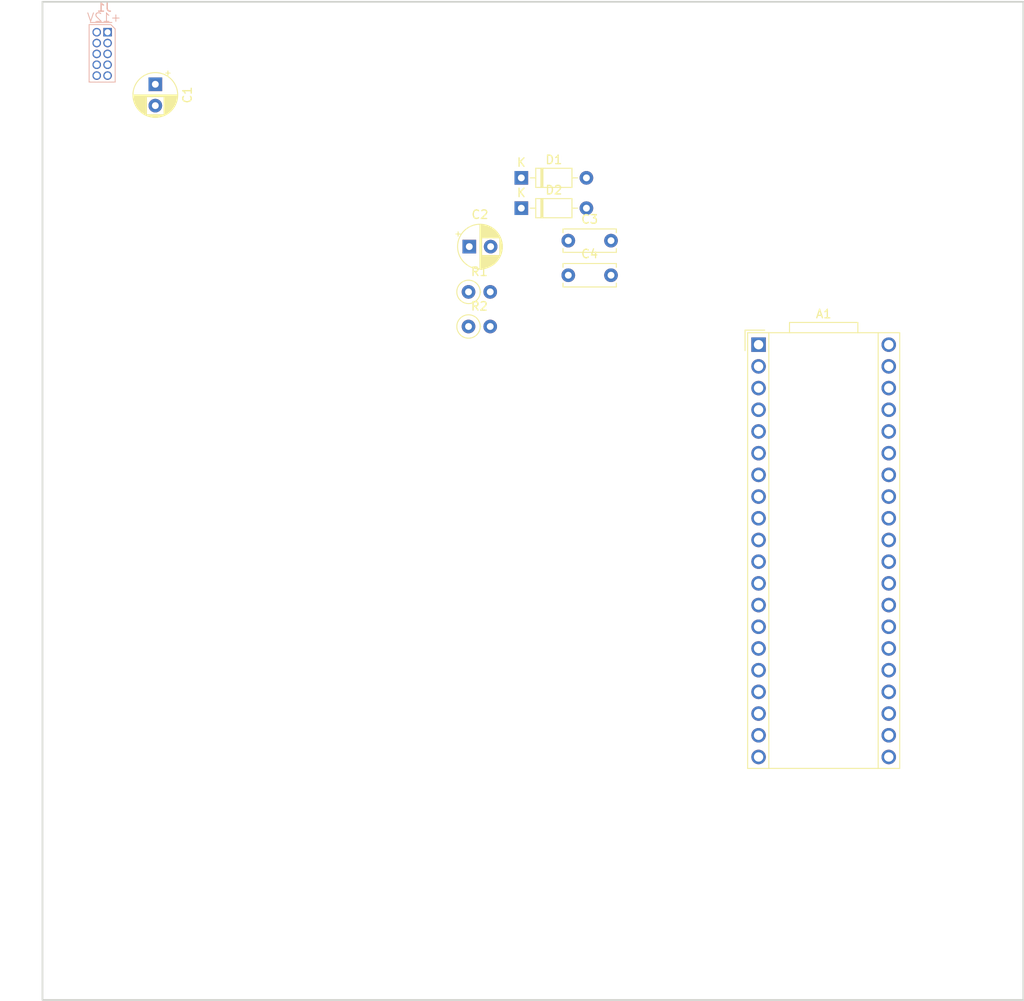
<source format=kicad_pcb>
(kicad_pcb (version 20221018) (generator pcbnew)
  (layers (0 "F.Cu" signal) (31 "B.Cu" signal) (34 "B.Paste" user) (35 "F.Paste" user) (36 "B.SilkS" user "B.Silkscreen") (37 "F.SilkS" user "F.Silkscreen") (38 "B.Mask" user) (39 "F.Mask" user) (44 "Edge.Cuts" user))
  (net 0 "")
  (net 20 "GND")
  (net 39 "+12V")
  (net 40 "Earth")
  (net 41 "-12V")
  (net 42 "Net-(D1-K)")
  (net 43 "Net-(D1-A)")
  (net 44 "Net-(D2-K)")
  (net 45 "Net-(D2-A)")
  (footprint "Capacitor_THT:CP_Radial_D5.0mm_P2.50mm" (layer "F.Cu") (at 77.389775 49.99)
    (fp_text reference "C2" (at 1.25 -3.75) (layer "F.SilkS"))
    (fp_text value "47uF")
    (fp_line (start -1.554775 -1.475) (end -1.054775 -1.475) (stroke (width 0.12)) (layer "F.SilkS"))
    (fp_line (start -1.304775 -1.725) (end -1.304775 -1.225) (stroke (width 0.12)) (layer "F.SilkS"))
    (fp_line (start 1.25 -2.58) (end 1.25 2.58) (stroke (width 0.12)) (layer "F.SilkS"))
    (fp_line (start 1.29 -2.58) (end 1.29 2.58) (stroke (width 0.12)) (layer "F.SilkS"))
    (fp_line (start 1.33 -2.579) (end 1.33 2.579) (stroke (width 0.12)) (layer "F.SilkS"))
    (fp_line (start 1.37 -2.578) (end 1.37 2.578) (stroke (width 0.12)) (layer "F.SilkS"))
    (fp_line (start 1.41 -2.576) (end 1.41 2.576) (stroke (width 0.12)) (layer "F.SilkS"))
    (fp_line (start 1.45 -2.573) (end 1.45 2.573) (stroke (width 0.12)) (layer "F.SilkS"))
    (fp_line (start 1.49 -2.569) (end 1.49 -1.04) (stroke (width 0.12)) (layer "F.SilkS"))
    (fp_line (start 1.49 1.04) (end 1.49 2.569) (stroke (width 0.12)) (layer "F.SilkS"))
    (fp_line (start 1.53 -2.565) (end 1.53 -1.04) (stroke (width 0.12)) (layer "F.SilkS"))
    (fp_line (start 1.53 1.04) (end 1.53 2.565) (stroke (width 0.12)) (layer "F.SilkS"))
    (fp_line (start 1.57 -2.561) (end 1.57 -1.04) (stroke (width 0.12)) (layer "F.SilkS"))
    (fp_line (start 1.57 1.04) (end 1.57 2.561) (stroke (width 0.12)) (layer "F.SilkS"))
    (fp_line (start 1.61 -2.556) (end 1.61 -1.04) (stroke (width 0.12)) (layer "F.SilkS"))
    (fp_line (start 1.61 1.04) (end 1.61 2.556) (stroke (width 0.12)) (layer "F.SilkS"))
    (fp_line (start 1.65 -2.55) (end 1.65 -1.04) (stroke (width 0.12)) (layer "F.SilkS"))
    (fp_line (start 1.65 1.04) (end 1.65 2.55) (stroke (width 0.12)) (layer "F.SilkS"))
    (fp_line (start 1.69 -2.543) (end 1.69 -1.04) (stroke (width 0.12)) (layer "F.SilkS"))
    (fp_line (start 1.69 1.04) (end 1.69 2.543) (stroke (width 0.12)) (layer "F.SilkS"))
    (fp_line (start 1.73 -2.536) (end 1.73 -1.04) (stroke (width 0.12)) (layer "F.SilkS"))
    (fp_line (start 1.73 1.04) (end 1.73 2.536) (stroke (width 0.12)) (layer "F.SilkS"))
    (fp_line (start 1.77 -2.528) (end 1.77 -1.04) (stroke (width 0.12)) (layer "F.SilkS"))
    (fp_line (start 1.77 1.04) (end 1.77 2.528) (stroke (width 0.12)) (layer "F.SilkS"))
    (fp_line (start 1.81 -2.52) (end 1.81 -1.04) (stroke (width 0.12)) (layer "F.SilkS"))
    (fp_line (start 1.81 1.04) (end 1.81 2.52) (stroke (width 0.12)) (layer "F.SilkS"))
    (fp_line (start 1.85 -2.511) (end 1.85 -1.04) (stroke (width 0.12)) (layer "F.SilkS"))
    (fp_line (start 1.85 1.04) (end 1.85 2.511) (stroke (width 0.12)) (layer "F.SilkS"))
    (fp_line (start 1.89 -2.501) (end 1.89 -1.04) (stroke (width 0.12)) (layer "F.SilkS"))
    (fp_line (start 1.89 1.04) (end 1.89 2.501) (stroke (width 0.12)) (layer "F.SilkS"))
    (fp_line (start 1.93 -2.491) (end 1.93 -1.04) (stroke (width 0.12)) (layer "F.SilkS"))
    (fp_line (start 1.93 1.04) (end 1.93 2.491) (stroke (width 0.12)) (layer "F.SilkS"))
    (fp_line (start 1.971 -2.48) (end 1.971 -1.04) (stroke (width 0.12)) (layer "F.SilkS"))
    (fp_line (start 1.971 1.04) (end 1.971 2.48) (stroke (width 0.12)) (layer "F.SilkS"))
    (fp_line (start 2.011 -2.468) (end 2.011 -1.04) (stroke (width 0.12)) (layer "F.SilkS"))
    (fp_line (start 2.011 1.04) (end 2.011 2.468) (stroke (width 0.12)) (layer "F.SilkS"))
    (fp_line (start 2.051 -2.455) (end 2.051 -1.04) (stroke (width 0.12)) (layer "F.SilkS"))
    (fp_line (start 2.051 1.04) (end 2.051 2.455) (stroke (width 0.12)) (layer "F.SilkS"))
    (fp_line (start 2.091 -2.442) (end 2.091 -1.04) (stroke (width 0.12)) (layer "F.SilkS"))
    (fp_line (start 2.091 1.04) (end 2.091 2.442) (stroke (width 0.12)) (layer "F.SilkS"))
    (fp_line (start 2.131 -2.428) (end 2.131 -1.04) (stroke (width 0.12)) (layer "F.SilkS"))
    (fp_line (start 2.131 1.04) (end 2.131 2.428) (stroke (width 0.12)) (layer "F.SilkS"))
    (fp_line (start 2.171 -2.414) (end 2.171 -1.04) (stroke (width 0.12)) (layer "F.SilkS"))
    (fp_line (start 2.171 1.04) (end 2.171 2.414) (stroke (width 0.12)) (layer "F.SilkS"))
    (fp_line (start 2.211 -2.398) (end 2.211 -1.04) (stroke (width 0.12)) (layer "F.SilkS"))
    (fp_line (start 2.211 1.04) (end 2.211 2.398) (stroke (width 0.12)) (layer "F.SilkS"))
    (fp_line (start 2.251 -2.382) (end 2.251 -1.04) (stroke (width 0.12)) (layer "F.SilkS"))
    (fp_line (start 2.251 1.04) (end 2.251 2.382) (stroke (width 0.12)) (layer "F.SilkS"))
    (fp_line (start 2.291 -2.365) (end 2.291 -1.04) (stroke (width 0.12)) (layer "F.SilkS"))
    (fp_line (start 2.291 1.04) (end 2.291 2.365) (stroke (width 0.12)) (layer "F.SilkS"))
    (fp_line (start 2.331 -2.348) (end 2.331 -1.04) (stroke (width 0.12)) (layer "F.SilkS"))
    (fp_line (start 2.331 1.04) (end 2.331 2.348) (stroke (width 0.12)) (layer "F.SilkS"))
    (fp_line (start 2.371 -2.329) (end 2.371 -1.04) (stroke (width 0.12)) (layer "F.SilkS"))
    (fp_line (start 2.371 1.04) (end 2.371 2.329) (stroke (width 0.12)) (layer "F.SilkS"))
    (fp_line (start 2.411 -2.31) (end 2.411 -1.04) (stroke (width 0.12)) (layer "F.SilkS"))
    (fp_line (start 2.411 1.04) (end 2.411 2.31) (stroke (width 0.12)) (layer "F.SilkS"))
    (fp_line (start 2.451 -2.29) (end 2.451 -1.04) (stroke (width 0.12)) (layer "F.SilkS"))
    (fp_line (start 2.451 1.04) (end 2.451 2.29) (stroke (width 0.12)) (layer "F.SilkS"))
    (fp_line (start 2.491 -2.268) (end 2.491 -1.04) (stroke (width 0.12)) (layer "F.SilkS"))
    (fp_line (start 2.491 1.04) (end 2.491 2.268) (stroke (width 0.12)) (layer "F.SilkS"))
    (fp_line (start 2.531 -2.247) (end 2.531 -1.04) (stroke (width 0.12)) (layer "F.SilkS"))
    (fp_line (start 2.531 1.04) (end 2.531 2.247) (stroke (width 0.12)) (layer "F.SilkS"))
    (fp_line (start 2.571 -2.224) (end 2.571 -1.04) (stroke (width 0.12)) (layer "F.SilkS"))
    (fp_line (start 2.571 1.04) (end 2.571 2.224) (stroke (width 0.12)) (layer "F.SilkS"))
    (fp_line (start 2.611 -2.2) (end 2.611 -1.04) (stroke (width 0.12)) (layer "F.SilkS"))
    (fp_line (start 2.611 1.04) (end 2.611 2.2) (stroke (width 0.12)) (layer "F.SilkS"))
    (fp_line (start 2.651 -2.175) (end 2.651 -1.04) (stroke (width 0.12)) (layer "F.SilkS"))
    (fp_line (start 2.651 1.04) (end 2.651 2.175) (stroke (width 0.12)) (layer "F.SilkS"))
    (fp_line (start 2.691 -2.149) (end 2.691 -1.04) (stroke (width 0.12)) (layer "F.SilkS"))
    (fp_line (start 2.691 1.04) (end 2.691 2.149) (stroke (width 0.12)) (layer "F.SilkS"))
    (fp_line (start 2.731 -2.122) (end 2.731 -1.04) (stroke (width 0.12)) (layer "F.SilkS"))
    (fp_line (start 2.731 1.04) (end 2.731 2.122) (stroke (width 0.12)) (layer "F.SilkS"))
    (fp_line (start 2.771 -2.095) (end 2.771 -1.04) (stroke (width 0.12)) (layer "F.SilkS"))
    (fp_line (start 2.771 1.04) (end 2.771 2.095) (stroke (width 0.12)) (layer "F.SilkS"))
    (fp_line (start 2.811 -2.065) (end 2.811 -1.04) (stroke (width 0.12)) (layer "F.SilkS"))
    (fp_line (start 2.811 1.04) (end 2.811 2.065) (stroke (width 0.12)) (layer "F.SilkS"))
    (fp_line (start 2.851 -2.035) (end 2.851 -1.04) (stroke (width 0.12)) (layer "F.SilkS"))
    (fp_line (start 2.851 1.04) (end 2.851 2.035) (stroke (width 0.12)) (layer "F.SilkS"))
    (fp_line (start 2.891 -2.004) (end 2.891 -1.04) (stroke (width 0.12)) (layer "F.SilkS"))
    (fp_line (start 2.891 1.04) (end 2.891 2.004) (stroke (width 0.12)) (layer "F.SilkS"))
    (fp_line (start 2.931 -1.971) (end 2.931 -1.04) (stroke (width 0.12)) (layer "F.SilkS"))
    (fp_line (start 2.931 1.04) (end 2.931 1.971) (stroke (width 0.12)) (layer "F.SilkS"))
    (fp_line (start 2.971 -1.937) (end 2.971 -1.04) (stroke (width 0.12)) (layer "F.SilkS"))
    (fp_line (start 2.971 1.04) (end 2.971 1.937) (stroke (width 0.12)) (layer "F.SilkS"))
    (fp_line (start 3.011 -1.901) (end 3.011 -1.04) (stroke (width 0.12)) (layer "F.SilkS"))
    (fp_line (start 3.011 1.04) (end 3.011 1.901) (stroke (width 0.12)) (layer "F.SilkS"))
    (fp_line (start 3.051 -1.864) (end 3.051 -1.04) (stroke (width 0.12)) (layer "F.SilkS"))
    (fp_line (start 3.051 1.04) (end 3.051 1.864) (stroke (width 0.12)) (layer "F.SilkS"))
    (fp_line (start 3.091 -1.826) (end 3.091 -1.04) (stroke (width 0.12)) (layer "F.SilkS"))
    (fp_line (start 3.091 1.04) (end 3.091 1.826) (stroke (width 0.12)) (layer "F.SilkS"))
    (fp_line (start 3.131 -1.785) (end 3.131 -1.04) (stroke (width 0.12)) (layer "F.SilkS"))
    (fp_line (start 3.131 1.04) (end 3.131 1.785) (stroke (width 0.12)) (layer "F.SilkS"))
    (fp_line (start 3.171 -1.743) (end 3.171 -1.04) (stroke (width 0.12)) (layer "F.SilkS"))
    (fp_line (start 3.171 1.04) (end 3.171 1.743) (stroke (width 0.12)) (layer "F.SilkS"))
    (fp_line (start 3.211 -1.699) (end 3.211 -1.04) (stroke (width 0.12)) (layer "F.SilkS"))
    (fp_line (start 3.211 1.04) (end 3.211 1.699) (stroke (width 0.12)) (layer "F.SilkS"))
    (fp_line (start 3.251 -1.653) (end 3.251 -1.04) (stroke (width 0.12)) (layer "F.SilkS"))
    (fp_line (start 3.251 1.04) (end 3.251 1.653) (stroke (width 0.12)) (layer "F.SilkS"))
    (fp_line (start 3.291 -1.605) (end 3.291 -1.04) (stroke (width 0.12)) (layer "F.SilkS"))
    (fp_line (start 3.291 1.04) (end 3.291 1.605) (stroke (width 0.12)) (layer "F.SilkS"))
    (fp_line (start 3.331 -1.554) (end 3.331 -1.04) (stroke (width 0.12)) (layer "F.SilkS"))
    (fp_line (start 3.331 1.04) (end 3.331 1.554) (stroke (width 0.12)) (layer "F.SilkS"))
    (fp_line (start 3.371 -1.5) (end 3.371 -1.04) (stroke (width 0.12)) (layer "F.SilkS"))
    (fp_line (start 3.371 1.04) (end 3.371 1.5) (stroke (width 0.12)) (layer "F.SilkS"))
    (fp_line (start 3.411 -1.443) (end 3.411 -1.04) (stroke (width 0.12)) (layer "F.SilkS"))
    (fp_line (start 3.411 1.04) (end 3.411 1.443) (stroke (width 0.12)) (layer "F.SilkS"))
    (fp_line (start 3.451 -1.383) (end 3.451 -1.04) (stroke (width 0.12)) (layer "F.SilkS"))
    (fp_line (start 3.451 1.04) (end 3.451 1.383) (stroke (width 0.12)) (layer "F.SilkS"))
    (fp_line (start 3.491 -1.319) (end 3.491 -1.04) (stroke (width 0.12)) (layer "F.SilkS"))
    (fp_line (start 3.491 1.04) (end 3.491 1.319) (stroke (width 0.12)) (layer "F.SilkS"))
    (fp_line (start 3.531 -1.251) (end 3.531 -1.04) (stroke (width 0.12)) (layer "F.SilkS"))
    (fp_line (start 3.531 1.04) (end 3.531 1.251) (stroke (width 0.12)) (layer "F.SilkS"))
    (fp_line (start 3.571 -1.178) (end 3.571 1.178) (stroke (width 0.12)) (layer "F.SilkS"))
    (fp_line (start 3.611 -1.098) (end 3.611 1.098) (stroke (width 0.12)) (layer "F.SilkS"))
    (fp_line (start 3.651 -1.011) (end 3.651 1.011) (stroke (width 0.12)) (layer "F.SilkS"))
    (fp_line (start 3.691 -0.915) (end 3.691 0.915) (stroke (width 0.12)) (layer "F.SilkS"))
    (fp_line (start 3.731 -0.805) (end 3.731 0.805) (stroke (width 0.12)) (layer "F.SilkS"))
    (fp_line (start 3.771 -0.677) (end 3.771 0.677) (stroke (width 0.12)) (layer "F.SilkS"))
    (fp_line (start 3.811 -0.518) (end 3.811 0.518) (stroke (width 0.12)) (layer "F.SilkS"))
    (fp_line (start 3.851 -0.284) (end 3.851 0.284) (stroke (width 0.12)) (layer "F.SilkS"))
    (fp_circle (center 1.25 0) (end 3.87 0) (stroke (width 0.12)) (fill none) (layer "F.SilkS"))
    (pad "1" thru_hole rect (at 0 0) (size 1.6 1.6) (drill 0.8) (layers "*.Cu" "*.Mask") (net 40 "Earth"))
    (pad "2" thru_hole circle (at 2.5 0) (size 1.6 1.6) (drill 0.8) (layers "*.Cu" "*.Mask") (net 41 "-12V"))
  )
  (footprint "Capacitor_THT:C_Disc_D6.0mm_W2.5mm_P5.00mm" (layer "F.Cu") (at 88.98 53.34)
    (fp_text reference "C4" (at 2.5 -2.5) (layer "F.SilkS"))
    (fp_text value "0.1uF")
    (fp_line (start -0.62 -1.37) (end -0.62 -0.925) (stroke (width 0.12)) (layer "F.SilkS"))
    (fp_line (start -0.62 -1.37) (end 5.62 -1.37) (stroke (width 0.12)) (layer "F.SilkS"))
    (fp_line (start -0.62 0.925) (end -0.62 1.37) (stroke (width 0.12)) (layer "F.SilkS"))
    (fp_line (start -0.62 1.37) (end 5.62 1.37) (stroke (width 0.12)) (layer "F.SilkS"))
    (fp_line (start 5.62 -1.37) (end 5.62 -0.925) (stroke (width 0.12)) (layer "F.SilkS"))
    (fp_line (start 5.62 0.925) (end 5.62 1.37) (stroke (width 0.12)) (layer "F.SilkS"))
    (pad "1" thru_hole circle (at 0 0) (size 1.6 1.6) (drill 0.8) (layers "*.Cu" "*.Mask") (net 41 "-12V"))
    (pad "2" thru_hole circle (at 5 0) (size 1.6 1.6) (drill 0.8) (layers "*.Cu" "*.Mask") (net 40 "Earth"))
  )
  (footprint "Diode_THT:D_DO-35_SOD27_P7.62mm_Horizontal" (layer "F.Cu") (at 83.48 41.94)
    (fp_text reference "D1" (at 3.81 -2.12) (layer "F.SilkS"))
    (fp_text value "1N5819")
    (fp_text user "K" (at 0 -1.8) (layer "F.SilkS"))
    (fp_line (start 1.04 0) (end 1.69 0) (stroke (width 0.12)) (layer "F.SilkS"))
    (fp_line (start 1.69 -1.12) (end 1.69 1.12) (stroke (width 0.12)) (layer "F.SilkS"))
    (fp_line (start 1.69 1.12) (end 5.93 1.12) (stroke (width 0.12)) (layer "F.SilkS"))
    (fp_line (start 2.29 -1.12) (end 2.29 1.12) (stroke (width 0.12)) (layer "F.SilkS"))
    (fp_line (start 2.41 -1.12) (end 2.41 1.12) (stroke (width 0.12)) (layer "F.SilkS"))
    (fp_line (start 2.53 -1.12) (end 2.53 1.12) (stroke (width 0.12)) (layer "F.SilkS"))
    (fp_line (start 5.93 -1.12) (end 1.69 -1.12) (stroke (width 0.12)) (layer "F.SilkS"))
    (fp_line (start 5.93 1.12) (end 5.93 -1.12) (stroke (width 0.12)) (layer "F.SilkS"))
    (fp_line (start 6.58 0) (end 5.93 0) (stroke (width 0.12)) (layer "F.SilkS"))
    (pad "1" thru_hole rect (at 0 0) (size 1.6 1.6) (drill 0.8) (layers "*.Cu" "*.Mask") (net 42 "Net-(D1-K)"))
    (pad "2" thru_hole oval (at 7.62 0) (size 1.6 1.6) (drill 0.8) (layers "*.Cu" "*.Mask") (net 43 "Net-(D1-A)"))
  )
  (footprint "Resistor_THT:R_Axial_DIN0207_L6.3mm_D2.5mm_P2.54mm_Vertical" (layer "F.Cu") (at 77.3 55.29)
    (fp_text reference "R1" (at 1.27 -2.37) (layer "F.SilkS"))
    (fp_text value "10R")
    (fp_line (start 1.37 0) (end 1.44 0) (stroke (width 0.12)) (layer "F.SilkS"))
    (fp_circle (center 0 0) (end 1.37 0) (stroke (width 0.12)) (fill none) (layer "F.SilkS"))
    (pad "1" thru_hole circle (at 0 0) (size 1.6 1.6) (drill 0.8) (layers "*.Cu" "*.Mask") (net 42 "Net-(D1-K)"))
    (pad "2" thru_hole oval (at 2.54 0) (size 1.6 1.6) (drill 0.8) (layers "*.Cu" "*.Mask") (net 39 "+12V"))
  )
  (footprint "Capacitor_THT:CP_Radial_D5.0mm_P2.50mm" (layer "F.Cu") (at 40.64 30.988 -90)
    (fp_text reference "C1" (at 1.25 -3.75 90) (layer "F.SilkS"))
    (fp_text value "47uF")
    (fp_line (start -1.554775 -1.475) (end -1.054775 -1.475) (stroke (width 0.12)) (layer "F.SilkS"))
    (fp_line (start -1.304775 -1.725) (end -1.304775 -1.225) (stroke (width 0.12)) (layer "F.SilkS"))
    (fp_line (start 1.25 -2.58) (end 1.25 2.58) (stroke (width 0.12)) (layer "F.SilkS"))
    (fp_line (start 1.29 -2.58) (end 1.29 2.58) (stroke (width 0.12)) (layer "F.SilkS"))
    (fp_line (start 1.33 -2.579) (end 1.33 2.579) (stroke (width 0.12)) (layer "F.SilkS"))
    (fp_line (start 1.37 -2.578) (end 1.37 2.578) (stroke (width 0.12)) (layer "F.SilkS"))
    (fp_line (start 1.41 -2.576) (end 1.41 2.576) (stroke (width 0.12)) (layer "F.SilkS"))
    (fp_line (start 1.45 -2.573) (end 1.45 2.573) (stroke (width 0.12)) (layer "F.SilkS"))
    (fp_line (start 1.49 -2.569) (end 1.49 -1.04) (stroke (width 0.12)) (layer "F.SilkS"))
    (fp_line (start 1.49 1.04) (end 1.49 2.569) (stroke (width 0.12)) (layer "F.SilkS"))
    (fp_line (start 1.53 -2.565) (end 1.53 -1.04) (stroke (width 0.12)) (layer "F.SilkS"))
    (fp_line (start 1.53 1.04) (end 1.53 2.565) (stroke (width 0.12)) (layer "F.SilkS"))
    (fp_line (start 1.57 -2.561) (end 1.57 -1.04) (stroke (width 0.12)) (layer "F.SilkS"))
    (fp_line (start 1.57 1.04) (end 1.57 2.561) (stroke (width 0.12)) (layer "F.SilkS"))
    (fp_line (start 1.61 -2.556) (end 1.61 -1.04) (stroke (width 0.12)) (layer "F.SilkS"))
    (fp_line (start 1.61 1.04) (end 1.61 2.556) (stroke (width 0.12)) (layer "F.SilkS"))
    (fp_line (start 1.65 -2.55) (end 1.65 -1.04) (stroke (width 0.12)) (layer "F.SilkS"))
    (fp_line (start 1.65 1.04) (end 1.65 2.55) (stroke (width 0.12)) (layer "F.SilkS"))
    (fp_line (start 1.69 -2.543) (end 1.69 -1.04) (stroke (width 0.12)) (layer "F.SilkS"))
    (fp_line (start 1.69 1.04) (end 1.69 2.543) (stroke (width 0.12)) (layer "F.SilkS"))
    (fp_line (start 1.73 -2.536) (end 1.73 -1.04) (stroke (width 0.12)) (layer "F.SilkS"))
    (fp_line (start 1.73 1.04) (end 1.73 2.536) (stroke (width 0.12)) (layer "F.SilkS"))
    (fp_line (start 1.77 -2.528) (end 1.77 -1.04) (stroke (width 0.12)) (layer "F.SilkS"))
    (fp_line (start 1.77 1.04) (end 1.77 2.528) (stroke (width 0.12)) (layer "F.SilkS"))
    (fp_line (start 1.81 -2.52) (end 1.81 -1.04) (stroke (width 0.12)) (layer "F.SilkS"))
    (fp_line (start 1.81 1.04) (end 1.81 2.52) (stroke (width 0.12)) (layer "F.SilkS"))
    (fp_line (start 1.85 -2.511) (end 1.85 -1.04) (stroke (width 0.12)) (layer "F.SilkS"))
    (fp_line (start 1.85 1.04) (end 1.85 2.511) (stroke (width 0.12)) (layer "F.SilkS"))
    (fp_line (start 1.89 -2.501) (end 1.89 -1.04) (stroke (width 0.12)) (layer "F.SilkS"))
    (fp_line (start 1.89 1.04) (end 1.89 2.501) (stroke (width 0.12)) (layer "F.SilkS"))
    (fp_line (start 1.93 -2.491) (end 1.93 -1.04) (stroke (width 0.12)) (layer "F.SilkS"))
    (fp_line (start 1.93 1.04) (end 1.93 2.491) (stroke (width 0.12)) (layer "F.SilkS"))
    (fp_line (start 1.971 -2.48) (end 1.971 -1.04) (stroke (width 0.12)) (layer "F.SilkS"))
    (fp_line (start 1.971 1.04) (end 1.971 2.48) (stroke (width 0.12)) (layer "F.SilkS"))
    (fp_line (start 2.011 -2.468) (end 2.011 -1.04) (stroke (width 0.12)) (layer "F.SilkS"))
    (fp_line (start 2.011 1.04) (end 2.011 2.468) (stroke (width 0.12)) (layer "F.SilkS"))
    (fp_line (start 2.051 -2.455) (end 2.051 -1.04) (stroke (width 0.12)) (layer "F.SilkS"))
    (fp_line (start 2.051 1.04) (end 2.051 2.455) (stroke (width 0.12)) (layer "F.SilkS"))
    (fp_line (start 2.091 -2.442) (end 2.091 -1.04) (stroke (width 0.12)) (layer "F.SilkS"))
    (fp_line (start 2.091 1.04) (end 2.091 2.442) (stroke (width 0.12)) (layer "F.SilkS"))
    (fp_line (start 2.131 -2.428) (end 2.131 -1.04) (stroke (width 0.12)) (layer "F.SilkS"))
    (fp_line (start 2.131 1.04) (end 2.131 2.428) (stroke (width 0.12)) (layer "F.SilkS"))
    (fp_line (start 2.171 -2.414) (end 2.171 -1.04) (stroke (width 0.12)) (layer "F.SilkS"))
    (fp_line (start 2.171 1.04) (end 2.171 2.414) (stroke (width 0.12)) (layer "F.SilkS"))
    (fp_line (start 2.211 -2.398) (end 2.211 -1.04) (stroke (width 0.12)) (layer "F.SilkS"))
    (fp_line (start 2.211 1.04) (end 2.211 2.398) (stroke (width 0.12)) (layer "F.SilkS"))
    (fp_line (start 2.251 -2.382) (end 2.251 -1.04) (stroke (width 0.12)) (layer "F.SilkS"))
    (fp_line (start 2.251 1.04) (end 2.251 2.382) (stroke (width 0.12)) (layer "F.SilkS"))
    (fp_line (start 2.291 -2.365) (end 2.291 -1.04) (stroke (width 0.12)) (layer "F.SilkS"))
    (fp_line (start 2.291 1.04) (end 2.291 2.365) (stroke (width 0.12)) (layer "F.SilkS"))
    (fp_line (start 2.331 -2.348) (end 2.331 -1.04) (stroke (width 0.12)) (layer "F.SilkS"))
    (fp_line (start 2.331 1.04) (end 2.331 2.348) (stroke (width 0.12)) (layer "F.SilkS"))
    (fp_line (start 2.371 -2.329) (end 2.371 -1.04) (stroke (width 0.12)) (layer "F.SilkS"))
    (fp_line (start 2.371 1.04) (end 2.371 2.329) (stroke (width 0.12)) (layer "F.SilkS"))
    (fp_line (start 2.411 -2.31) (end 2.411 -1.04) (stroke (width 0.12)) (layer "F.SilkS"))
    (fp_line (start 2.411 1.04) (end 2.411 2.31) (stroke (width 0.12)) (layer "F.SilkS"))
    (fp_line (start 2.451 -2.29) (end 2.451 -1.04) (stroke (width 0.12)) (layer "F.SilkS"))
    (fp_line (start 2.451 1.04) (end 2.451 2.29) (stroke (width 0.12)) (layer "F.SilkS"))
    (fp_line (start 2.491 -2.268) (end 2.491 -1.04) (stroke (width 0.12)) (layer "F.SilkS"))
    (fp_line (start 2.491 1.04) (end 2.491 2.268) (stroke (width 0.12)) (layer "F.SilkS"))
    (fp_line (start 2.531 -2.247) (end 2.531 -1.04) (stroke (width 0.12)) (layer "F.SilkS"))
    (fp_line (start 2.531 1.04) (end 2.531 2.247) (stroke (width 0.12)) (layer "F.SilkS"))
    (fp_line (start 2.571 -2.224) (end 2.571 -1.04) (stroke (width 0.12)) (layer "F.SilkS"))
    (fp_line (start 2.571 1.04) (end 2.571 2.224) (stroke (width 0.12)) (layer "F.SilkS"))
    (fp_line (start 2.611 -2.2) (end 2.611 -1.04) (stroke (width 0.12)) (layer "F.SilkS"))
    (fp_line (start 2.611 1.04) (end 2.611 2.2) (stroke (width 0.12)) (layer "F.SilkS"))
    (fp_line (start 2.651 -2.175) (end 2.651 -1.04) (stroke (width 0.12)) (layer "F.SilkS"))
    (fp_line (start 2.651 1.04) (end 2.651 2.175) (stroke (width 0.12)) (layer "F.SilkS"))
    (fp_line (start 2.691 -2.149) (end 2.691 -1.04) (stroke (width 0.12)) (layer "F.SilkS"))
    (fp_line (start 2.691 1.04) (end 2.691 2.149) (stroke (width 0.12)) (layer "F.SilkS"))
    (fp_line (start 2.731 -2.122) (end 2.731 -1.04) (stroke (width 0.12)) (layer "F.SilkS"))
    (fp_line (start 2.731 1.04) (end 2.731 2.122) (stroke (width 0.12)) (layer "F.SilkS"))
    (fp_line (start 2.771 -2.095) (end 2.771 -1.04) (stroke (width 0.12)) (layer "F.SilkS"))
    (fp_line (start 2.771 1.04) (end 2.771 2.095) (stroke (width 0.12)) (layer "F.SilkS"))
    (fp_line (start 2.811 -2.065) (end 2.811 -1.04) (stroke (width 0.12)) (layer "F.SilkS"))
    (fp_line (start 2.811 1.04) (end 2.811 2.065) (stroke (width 0.12)) (layer "F.SilkS"))
    (fp_line (start 2.851 -2.035) (end 2.851 -1.04) (stroke (width 0.12)) (layer "F.SilkS"))
    (fp_line (start 2.851 1.04) (end 2.851 2.035) (stroke (width 0.12)) (layer "F.SilkS"))
    (fp_line (start 2.891 -2.004) (end 2.891 -1.04) (stroke (width 0.12)) (layer "F.SilkS"))
    (fp_line (start 2.891 1.04) (end 2.891 2.004) (stroke (width 0.12)) (layer "F.SilkS"))
    (fp_line (start 2.931 -1.971) (end 2.931 -1.04) (stroke (width 0.12)) (layer "F.SilkS"))
    (fp_line (start 2.931 1.04) (end 2.931 1.971) (stroke (width 0.12)) (layer "F.SilkS"))
    (fp_line (start 2.971 -1.937) (end 2.971 -1.04) (stroke (width 0.12)) (layer "F.SilkS"))
    (fp_line (start 2.971 1.04) (end 2.971 1.937) (stroke (width 0.12)) (layer "F.SilkS"))
    (fp_line (start 3.011 -1.901) (end 3.011 -1.04) (stroke (width 0.12)) (layer "F.SilkS"))
    (fp_line (start 3.011 1.04) (end 3.011 1.901) (stroke (width 0.12)) (layer "F.SilkS"))
    (fp_line (start 3.051 -1.864) (end 3.051 -1.04) (stroke (width 0.12)) (layer "F.SilkS"))
    (fp_line (start 3.051 1.04) (end 3.051 1.864) (stroke (width 0.12)) (layer "F.SilkS"))
    (fp_line (start 3.091 -1.826) (end 3.091 -1.04) (stroke (width 0.12)) (layer "F.SilkS"))
    (fp_line (start 3.091 1.04) (end 3.091 1.826) (stroke (width 0.12)) (layer "F.SilkS"))
    (fp_line (start 3.131 -1.785) (end 3.131 -1.04) (stroke (width 0.12)) (layer "F.SilkS"))
    (fp_line (start 3.131 1.04) (end 3.131 1.785) (stroke (width 0.12)) (layer "F.SilkS"))
    (fp_line (start 3.171 -1.743) (end 3.171 -1.04) (stroke (width 0.12)) (layer "F.SilkS"))
    (fp_line (start 3.171 1.04) (end 3.171 1.743) (stroke (width 0.12)) (layer "F.SilkS"))
    (fp_line (start 3.211 -1.699) (end 3.211 -1.04) (stroke (width 0.12)) (layer "F.SilkS"))
    (fp_line (start 3.211 1.04) (end 3.211 1.699) (stroke (width 0.12)) (layer "F.SilkS"))
    (fp_line (start 3.251 -1.653) (end 3.251 -1.04) (stroke (width 0.12)) (layer "F.SilkS"))
    (fp_line (start 3.251 1.04) (end 3.251 1.653) (stroke (width 0.12)) (layer "F.SilkS"))
    (fp_line (start 3.291 -1.605) (end 3.291 -1.04) (stroke (width 0.12)) (layer "F.SilkS"))
    (fp_line (start 3.291 1.04) (end 3.291 1.605) (stroke (width 0.12)) (layer "F.SilkS"))
    (fp_line (start 3.331 -1.554) (end 3.331 -1.04) (stroke (width 0.12)) (layer "F.SilkS"))
    (fp_line (start 3.331 1.04) (end 3.331 1.554) (stroke (width 0.12)) (layer "F.SilkS"))
    (fp_line (start 3.371 -1.5) (end 3.371 -1.04) (stroke (width 0.12)) (layer "F.SilkS"))
    (fp_line (start 3.371 1.04) (end 3.371 1.5) (stroke (width 0.12)) (layer "F.SilkS"))
    (fp_line (start 3.411 -1.443) (end 3.411 -1.04) (stroke (width 0.12)) (layer "F.SilkS"))
    (fp_line (start 3.411 1.04) (end 3.411 1.443) (stroke (width 0.12)) (layer "F.SilkS"))
    (fp_line (start 3.451 -1.383) (end 3.451 -1.04) (stroke (width 0.12)) (layer "F.SilkS"))
    (fp_line (start 3.451 1.04) (end 3.451 1.383) (stroke (width 0.12)) (layer "F.SilkS"))
    (fp_line (start 3.491 -1.319) (end 3.491 -1.04) (stroke (width 0.12)) (layer "F.SilkS"))
    (fp_line (start 3.491 1.04) (end 3.491 1.319) (stroke (width 0.12)) (layer "F.SilkS"))
    (fp_line (start 3.531 -1.251) (end 3.531 -1.04) (stroke (width 0.12)) (layer "F.SilkS"))
    (fp_line (start 3.531 1.04) (end 3.531 1.251) (stroke (width 0.12)) (layer "F.SilkS"))
    (fp_line (start 3.571 -1.178) (end 3.571 1.178) (stroke (width 0.12)) (layer "F.SilkS"))
    (fp_line (start 3.611 -1.098) (end 3.611 1.098) (stroke (width 0.12)) (layer "F.SilkS"))
    (fp_line (start 3.651 -1.011) (end 3.651 1.011) (stroke (width 0.12)) (layer "F.SilkS"))
    (fp_line (start 3.691 -0.915) (end 3.691 0.915) (stroke (width 0.12)) (layer "F.SilkS"))
    (fp_line (start 3.731 -0.805) (end 3.731 0.805) (stroke (width 0.12)) (layer "F.SilkS"))
    (fp_line (start 3.771 -0.677) (end 3.771 0.677) (stroke (width 0.12)) (layer "F.SilkS"))
    (fp_line (start 3.811 -0.518) (end 3.811 0.518) (stroke (width 0.12)) (layer "F.SilkS"))
    (fp_line (start 3.851 -0.284) (end 3.851 0.284) (stroke (width 0.12)) (layer "F.SilkS"))
    (fp_circle (center 1.25 0) (end 3.87 0) (stroke (width 0.12)) (fill none) (layer "F.SilkS"))
    (pad "1" thru_hole rect (at 0 0 270) (size 1.6 1.6) (drill 0.8) (layers "*.Cu" "*.Mask") (net 39 "+12V"))
    (pad "2" thru_hole circle (at 2.5 0 270) (size 1.6 1.6) (drill 0.8) (layers "*.Cu" "*.Mask") (net 40 "Earth"))
  )
  (footprint "Capacitor_THT:C_Disc_D6.0mm_W2.5mm_P5.00mm" (layer "F.Cu") (at 88.98 49.29)
    (fp_text reference "C3" (at 2.5 -2.5) (layer "F.SilkS"))
    (fp_text value "0.1uF")
    (fp_line (start -0.62 -1.37) (end -0.62 -0.925) (stroke (width 0.12)) (layer "F.SilkS"))
    (fp_line (start -0.62 -1.37) (end 5.62 -1.37) (stroke (width 0.12)) (layer "F.SilkS"))
    (fp_line (start -0.62 0.925) (end -0.62 1.37) (stroke (width 0.12)) (layer "F.SilkS"))
    (fp_line (start -0.62 1.37) (end 5.62 1.37) (stroke (width 0.12)) (layer "F.SilkS"))
    (fp_line (start 5.62 -1.37) (end 5.62 -0.925) (stroke (width 0.12)) (layer "F.SilkS"))
    (fp_line (start 5.62 0.925) (end 5.62 1.37) (stroke (width 0.12)) (layer "F.SilkS"))
    (pad "1" thru_hole circle (at 0 0) (size 1.6 1.6) (drill 0.8) (layers "*.Cu" "*.Mask") (net 40 "Earth"))
    (pad "2" thru_hole circle (at 5 0) (size 1.6 1.6) (drill 0.8) (layers "*.Cu" "*.Mask") (net 39 "+12V"))
  )
  (footprint "Diode_THT:D_DO-35_SOD27_P7.62mm_Horizontal" (layer "F.Cu") (at 83.48 45.49)
    (fp_text reference "D2" (at 3.81 -2.12) (layer "F.SilkS"))
    (fp_text value "1N5819")
    (fp_text user "K" (at 0 -1.8) (layer "F.SilkS"))
    (fp_line (start 1.04 0) (end 1.69 0) (stroke (width 0.12)) (layer "F.SilkS"))
    (fp_line (start 1.69 -1.12) (end 1.69 1.12) (stroke (width 0.12)) (layer "F.SilkS"))
    (fp_line (start 1.69 1.12) (end 5.93 1.12) (stroke (width 0.12)) (layer "F.SilkS"))
    (fp_line (start 2.29 -1.12) (end 2.29 1.12) (stroke (width 0.12)) (layer "F.SilkS"))
    (fp_line (start 2.41 -1.12) (end 2.41 1.12) (stroke (width 0.12)) (layer "F.SilkS"))
    (fp_line (start 2.53 -1.12) (end 2.53 1.12) (stroke (width 0.12)) (layer "F.SilkS"))
    (fp_line (start 5.93 -1.12) (end 1.69 -1.12) (stroke (width 0.12)) (layer "F.SilkS"))
    (fp_line (start 5.93 1.12) (end 5.93 -1.12) (stroke (width 0.12)) (layer "F.SilkS"))
    (fp_line (start 6.58 0) (end 5.93 0) (stroke (width 0.12)) (layer "F.SilkS"))
    (pad "1" thru_hole rect (at 0 0) (size 1.6 1.6) (drill 0.8) (layers "*.Cu" "*.Mask") (net 44 "Net-(D2-K)"))
    (pad "2" thru_hole oval (at 7.62 0) (size 1.6 1.6) (drill 0.8) (layers "*.Cu" "*.Mask") (net 45 "Net-(D2-A)"))
  )
  (footprint "Resistor_THT:R_Axial_DIN0207_L6.3mm_D2.5mm_P2.54mm_Vertical" (layer "F.Cu") (at 77.3 59.34)
    (fp_text reference "R2" (at 1.27 -2.37) (layer "F.SilkS"))
    (fp_text value "10R")
    (fp_line (start 1.37 0) (end 1.44 0) (stroke (width 0.12)) (layer "F.SilkS"))
    (fp_circle (center 0 0) (end 1.37 0) (stroke (width 0.12)) (fill none) (layer "F.SilkS"))
    (pad "1" thru_hole circle (at 0 0) (size 1.6 1.6) (drill 0.8) (layers "*.Cu" "*.Mask") (net 45 "Net-(D2-A)"))
    (pad "2" thru_hole oval (at 2.54 0) (size 1.6 1.6) (drill 0.8) (layers "*.Cu" "*.Mask") (net 41 "-12V"))
  )
  (footprint "Module:Electrosmith_Daisy_Seed" (layer "F.Cu") (at 111.252 61.468)
    (fp_text reference "A1" (at 7.62 -3.6) (layer "F.SilkS"))
    (fp_text value "Electrosmith_Daisy_Seed_Rev4")
    (fp_line (start -1.58 -1.7) (end -1.58 0.7) (stroke (width 0.12)) (layer "F.SilkS"))
    (fp_line (start -1.28 -1.4) (end 16.52 -1.4) (stroke (width 0.12)) (layer "F.SilkS"))
    (fp_line (start -1.28 49.6) (end -1.28 -1.4) (stroke (width 0.12)) (layer "F.SilkS"))
    (fp_line (start 0.72 -1.7) (end -1.58 -1.7) (stroke (width 0.12)) (layer "F.SilkS"))
    (fp_line (start 1.2 -1.4) (end 1.2 49.6) (stroke (width 0.12)) (layer "F.SilkS"))
    (fp_line (start 3.62 -2.6) (end 11.62 -2.6) (stroke (width 0.12)) (layer "F.SilkS"))
    (fp_line (start 3.62 -1.4) (end 3.62 -2.6) (stroke (width 0.12)) (layer "F.SilkS"))
    (fp_line (start 11.62 -2.6) (end 11.62 -1.4) (stroke (width 0.12)) (layer "F.SilkS"))
    (fp_line (start 14 -1.4) (end 14 49.6) (stroke (width 0.12)) (layer "F.SilkS"))
    (fp_line (start 16.52 -1.4) (end 16.52 49.6) (stroke (width 0.12)) (layer "F.SilkS"))
    (fp_line (start 16.52 49.6) (end -1.28 49.6) (stroke (width 0.12)) (layer "F.SilkS"))
    (pad "1" thru_hole rect (at 0 0) (size 1.7 1.7) (drill 1.1) (layers "*.Cu" "*.Mask"))
    (pad "2" thru_hole circle (at 0 2.54) (size 1.7 1.7) (drill 1.1) (layers "*.Cu" "*.Mask"))
    (pad "3" thru_hole circle (at 0 5.08) (size 1.7 1.7) (drill 1.1) (layers "*.Cu" "*.Mask"))
    (pad "4" thru_hole circle (at 0 7.62) (size 1.7 1.7) (drill 1.1) (layers "*.Cu" "*.Mask"))
    (pad "5" thru_hole circle (at 0 10.16) (size 1.7 1.7) (drill 1.1) (layers "*.Cu" "*.Mask"))
    (pad "6" thru_hole circle (at 0 12.7) (size 1.7 1.7) (drill 1.1) (layers "*.Cu" "*.Mask"))
    (pad "7" thru_hole circle (at 0 15.24) (size 1.7 1.7) (drill 1.1) (layers "*.Cu" "*.Mask"))
    (pad "8" thru_hole circle (at 0 17.78) (size 1.7 1.7) (drill 1.1) (layers "*.Cu" "*.Mask"))
    (pad "9" thru_hole circle (at 0 20.32) (size 1.7 1.7) (drill 1.1) (layers "*.Cu" "*.Mask"))
    (pad "10" thru_hole circle (at 0 22.86) (size 1.7 1.7) (drill 1.1) (layers "*.Cu" "*.Mask"))
    (pad "11" thru_hole circle (at 0 25.4) (size 1.7 1.7) (drill 1.1) (layers "*.Cu" "*.Mask"))
    (pad "12" thru_hole circle (at 0 27.94) (size 1.7 1.7) (drill 1.1) (layers "*.Cu" "*.Mask"))
    (pad "13" thru_hole circle (at 0 30.48) (size 1.7 1.7) (drill 1.1) (layers "*.Cu" "*.Mask"))
    (pad "14" thru_hole circle (at 0 33.02) (size 1.7 1.7) (drill 1.1) (layers "*.Cu" "*.Mask"))
    (pad "15" thru_hole circle (at 0 35.56) (size 1.7 1.7) (drill 1.1) (layers "*.Cu" "*.Mask"))
    (pad "16" thru_hole circle (at 0 38.1) (size 1.7 1.7) (drill 1.1) (layers "*.Cu" "*.Mask"))
    (pad "17" thru_hole circle (at 0 40.64) (size 1.7 1.7) (drill 1.1) (layers "*.Cu" "*.Mask"))
    (pad "18" thru_hole circle (at 0 43.18) (size 1.7 1.7) (drill 1.1) (layers "*.Cu" "*.Mask"))
    (pad "19" thru_hole circle (at 0 45.72) (size 1.7 1.7) (drill 1.1) (layers "*.Cu" "*.Mask"))
    (pad "20" thru_hole circle (at 0 48.26) (size 1.7 1.7) (drill 1.1) (layers "*.Cu" "*.Mask") (net 20 "GND"))
    (pad "21" thru_hole circle (at 15.24 48.26) (size 1.7 1.7) (drill 1.1) (layers "*.Cu" "*.Mask"))
    (pad "22" thru_hole circle (at 15.24 45.72) (size 1.7 1.7) (drill 1.1) (layers "*.Cu" "*.Mask"))
    (pad "23" thru_hole circle (at 15.24 43.18) (size 1.7 1.7) (drill 1.1) (layers "*.Cu" "*.Mask"))
    (pad "24" thru_hole circle (at 15.24 40.64) (size 1.7 1.7) (drill 1.1) (layers "*.Cu" "*.Mask"))
    (pad "25" thru_hole circle (at 15.24 38.1) (size 1.7 1.7) (drill 1.1) (layers "*.Cu" "*.Mask"))
    (pad "26" thru_hole circle (at 15.24 35.56) (size 1.7 1.7) (drill 1.1) (layers "*.Cu" "*.Mask"))
    (pad "27" thru_hole circle (at 15.24 33.02) (size 1.7 1.7) (drill 1.1) (layers "*.Cu" "*.Mask"))
    (pad "28" thru_hole circle (at 15.24 30.48) (size 1.7 1.7) (drill 1.1) (layers "*.Cu" "*.Mask"))
    (pad "29" thru_hole circle (at 15.24 27.94) (size 1.7 1.7) (drill 1.1) (layers "*.Cu" "*.Mask"))
    (pad "30" thru_hole circle (at 15.24 25.4) (size 1.7 1.7) (drill 1.1) (layers "*.Cu" "*.Mask"))
    (pad "31" thru_hole circle (at 15.24 22.86) (size 1.7 1.7) (drill 1.1) (layers "*.Cu" "*.Mask"))
    (pad "32" thru_hole circle (at 15.24 20.32) (size 1.7 1.7) (drill 1.1) (layers "*.Cu" "*.Mask"))
    (pad "33" thru_hole circle (at 15.24 17.78) (size 1.7 1.7) (drill 1.1) (layers "*.Cu" "*.Mask"))
    (pad "34" thru_hole circle (at 15.24 15.24) (size 1.7 1.7) (drill 1.1) (layers "*.Cu" "*.Mask"))
    (pad "35" thru_hole circle (at 15.24 12.7) (size 1.7 1.7) (drill 1.1) (layers "*.Cu" "*.Mask"))
    (pad "36" thru_hole circle (at 15.24 10.16) (size 1.7 1.7) (drill 1.1) (layers "*.Cu" "*.Mask"))
    (pad "37" thru_hole circle (at 15.24 7.62) (size 1.7 1.7) (drill 1.1) (layers "*.Cu" "*.Mask"))
    (pad "38" thru_hole circle (at 15.24 5.08) (size 1.7 1.7) (drill 1.1) (layers "*.Cu" "*.Mask"))
    (pad "39" thru_hole circle (at 15.24 2.54) (size 1.7 1.7) (drill 1.1) (layers "*.Cu" "*.Mask") (net 39 "+12V"))
    (pad "40" thru_hole circle (at 15.24 0) (size 1.7 1.7) (drill 1.1) (layers "*.Cu" "*.Mask") (net 20 "GND"))
  )
  (footprint "My_Library:PinHeader_2x05_P1.27mm_Vertical_MyVersion" (layer "B.Cu") (at 33.782 24.892 180)
    (fp_text reference "J1" (at -0.889 2.921) (layer "B.SilkS") (effects (justify mirror)))
    (fp_text value "Conn_02x05_Counter_Clockwise")
    (fp_text user "+12V" (at -2.921 1.143 unlocked) (layer "B.SilkS") (effects (font (thickness 0.1)) (justify left bottom mirror)))
    (fp_line (start -2.159 -5.842) (end 0.762 -5.842) (stroke (width 0.1)) (layer "B.SilkS"))
    (fp_line (start -2.159 0.381) (end -2.159 -5.842) (stroke (width 0.1)) (layer "B.SilkS"))
    (fp_line (start -1.778 1.143) (end 0.762 1.143) (stroke (width 0.1)) (layer "B.SilkS"))
    (fp_line (start -1.651 0.889) (end -2.159 0.381) (stroke (width 0.1)) (layer "B.SilkS"))
    (fp_line (start 0.762 -5.842) (end 0.889 -5.842) (stroke (width 0.1)) (layer "B.SilkS"))
    (fp_line (start 0.889 -5.842) (end 0.889 0.889) (stroke (width 0.1)) (layer "B.SilkS"))
    (fp_line (start 0.889 0.889) (end -1.651 0.889) (stroke (width 0.1)) (layer "B.SilkS"))
    (pad "1" thru_hole rect (at -1.27 0 180) (size 1 1) (drill 0.7) (layers "*.Cu" "*.Mask") (net 43 "Net-(D1-A)"))
    (pad "2" thru_hole oval (at -1.27 -1.27 180) (size 1 1) (drill 0.7) (layers "*.Cu" "*.Mask") (net 40 "Earth"))
    (pad "3" thru_hole oval (at -1.27 -2.54 180) (size 1 1) (drill 0.7) (layers "*.Cu" "*.Mask") (net 40 "Earth"))
    (pad "4" thru_hole oval (at -1.27 -3.81 180) (size 1 1) (drill 0.7) (layers "*.Cu" "*.Mask") (net 40 "Earth"))
    (pad "5" thru_hole oval (at -1.27 -5.08 180) (size 1 1) (drill 0.7) (layers "*.Cu" "*.Mask") (net 44 "Net-(D2-K)"))
    (pad "6" thru_hole oval (at 0 -5.08 180) (size 1 1) (drill 0.7) (layers "*.Cu" "*.Mask") (net 44 "Net-(D2-K)"))
    (pad "7" thru_hole oval (at 0 -3.81 180) (size 1 1) (drill 0.7) (layers "*.Cu" "*.Mask") (net 40 "Earth"))
    (pad "8" thru_hole oval (at 0 -2.54 180) (size 1 1) (drill 0.7) (layers "*.Cu" "*.Mask") (net 40 "Earth"))
    (pad "9" thru_hole oval (at 0 -1.27 180) (size 1 1) (drill 0.7) (layers "*.Cu" "*.Mask") (net 40 "Earth"))
    (pad "10" thru_hole circle (at 0 0 180) (size 1 1) (drill 0.7) (layers "*.Cu" "*.Mask") (net 43 "Net-(D1-A)"))
  )
  (gr_rect (start 27.432 21.336) (end 142.24 138.176) (stroke (width 0.2)) (fill none) (layer "Edge.Cuts"))
)
</source>
